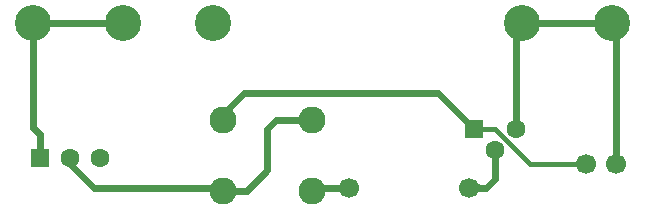
<source format=gtl>
G04 #@! TF.FileFunction,Copper,L1,Top,Signal*
%FSLAX46Y46*%
G04 Gerber Fmt 4.6, Leading zero omitted, Abs format (unit mm)*
G04 Created by KiCad (PCBNEW (2015-08-15 BZR 6092)-product) date 4/11/2016 5:41:06 PM*
%MOMM*%
G01*
G04 APERTURE LIST*
%ADD10C,0.150000*%
%ADD11C,3.048000*%
%ADD12C,2.286000*%
%ADD13C,1.700000*%
%ADD14R,1.500000X1.500000*%
%ADD15C,1.600000*%
%ADD16C,0.609600*%
%ADD17C,0.406400*%
G04 APERTURE END LIST*
D10*
D11*
X146177000Y-106045000D03*
X138557000Y-106045000D03*
X130937000Y-106045000D03*
X172339000Y-106045000D03*
X179959000Y-106045000D03*
D12*
X154500000Y-114250000D03*
X154500000Y-120250000D03*
X147000000Y-114250000D03*
X147000000Y-120250000D03*
D13*
X177730000Y-118000000D03*
X180270000Y-118000000D03*
D14*
X168203949Y-115000000D03*
D15*
X170000000Y-116796051D03*
X171796051Y-115000000D03*
D13*
X157670000Y-120000000D03*
X167830000Y-120000000D03*
D14*
X131460000Y-117500000D03*
D15*
X134000000Y-117500000D03*
X136540000Y-117500000D03*
D16*
X180270000Y-118000000D02*
X180270000Y-106356000D01*
X180270000Y-106356000D02*
X179959000Y-106045000D01*
X171796051Y-115000000D02*
X171796051Y-106587949D01*
X171796051Y-106587949D02*
X172339000Y-106045000D01*
X172339000Y-106045000D02*
X179959000Y-106045000D01*
X147000000Y-113750000D02*
X148750000Y-112000000D01*
X147000000Y-114250000D02*
X147000000Y-113750000D01*
X148750000Y-112000000D02*
X165203949Y-112000000D01*
X165203949Y-112000000D02*
X168203949Y-115000000D01*
D17*
X168203949Y-115000000D02*
X170000000Y-115000000D01*
X173000000Y-118000000D02*
X177730000Y-118000000D01*
X170000000Y-115000000D02*
X173000000Y-118000000D01*
D16*
X146920000Y-114960000D02*
X147040000Y-114960000D01*
X168000000Y-114796051D02*
X168203949Y-115000000D01*
X170000000Y-118500000D02*
X170000000Y-119250000D01*
X170000000Y-116796051D02*
X170000000Y-118500000D01*
X169250000Y-120000000D02*
X167830000Y-120000000D01*
X170000000Y-119250000D02*
X169250000Y-120000000D01*
X168580000Y-120000000D02*
X168580000Y-119920000D01*
X170080000Y-116876051D02*
X170000000Y-116796051D01*
X157670000Y-120000000D02*
X154750000Y-120000000D01*
X154750000Y-120000000D02*
X154500000Y-120250000D01*
X147000000Y-120250000D02*
X149000000Y-120250000D01*
X151500000Y-114250000D02*
X154500000Y-114250000D01*
X150750000Y-115000000D02*
X151500000Y-114250000D01*
X150750000Y-118500000D02*
X150750000Y-115000000D01*
X149000000Y-120250000D02*
X150750000Y-118500000D01*
X134000000Y-117500000D02*
X134000000Y-118000000D01*
X134000000Y-118000000D02*
X136040000Y-120040000D01*
X136040000Y-120040000D02*
X146920000Y-120040000D01*
X134000000Y-117500000D02*
X134000000Y-117500000D01*
X130937000Y-106045000D02*
X130937000Y-114937000D01*
X131460000Y-115460000D02*
X131460000Y-117500000D01*
X130937000Y-114937000D02*
X131460000Y-115460000D01*
X138557000Y-106045000D02*
X130937000Y-106045000D01*
X130937000Y-106045000D02*
X131000000Y-106108000D01*
X131000000Y-117040000D02*
X131460000Y-117500000D01*
M02*

</source>
